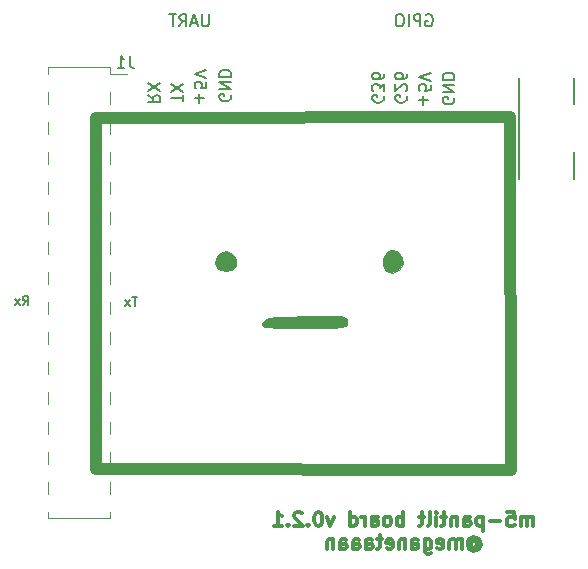
<source format=gbo>
G04 #@! TF.GenerationSoftware,KiCad,Pcbnew,6.0.2+dfsg-1*
G04 #@! TF.CreationDate,2023-08-08T16:50:58+09:00*
G04 #@! TF.ProjectId,m5-pantilt,6d352d70-616e-4746-996c-742e6b696361,1*
G04 #@! TF.SameCoordinates,Original*
G04 #@! TF.FileFunction,Legend,Bot*
G04 #@! TF.FilePolarity,Positive*
%FSLAX46Y46*%
G04 Gerber Fmt 4.6, Leading zero omitted, Abs format (unit mm)*
G04 Created by KiCad (PCBNEW 6.0.2+dfsg-1) date 2023-08-08 16:50:58*
%MOMM*%
%LPD*%
G01*
G04 APERTURE LIST*
%ADD10C,1.000000*%
%ADD11C,0.150000*%
%ADD12C,0.300000*%
%ADD13C,0.120000*%
%ADD14C,0.010000*%
G04 APERTURE END LIST*
D10*
X107670800Y-89941600D02*
X107620000Y-60223600D01*
X142773600Y-90043200D02*
X107670800Y-89941600D01*
X142672000Y-60172800D02*
X142773600Y-90043200D01*
X107620000Y-60223600D02*
X142672000Y-60172800D01*
D11*
X101476190Y-76061904D02*
X101742857Y-75680952D01*
X101933333Y-76061904D02*
X101933333Y-75261904D01*
X101628571Y-75261904D01*
X101552380Y-75300000D01*
X101514285Y-75338095D01*
X101476190Y-75414285D01*
X101476190Y-75528571D01*
X101514285Y-75604761D01*
X101552380Y-75642857D01*
X101628571Y-75680952D01*
X101933333Y-75680952D01*
X101209523Y-76061904D02*
X100790476Y-75528571D01*
X101209523Y-75528571D02*
X100790476Y-76061904D01*
X117195238Y-51452380D02*
X117195238Y-52261904D01*
X117147619Y-52357142D01*
X117100000Y-52404761D01*
X117004761Y-52452380D01*
X116814285Y-52452380D01*
X116719047Y-52404761D01*
X116671428Y-52357142D01*
X116623809Y-52261904D01*
X116623809Y-51452380D01*
X116195238Y-52166666D02*
X115719047Y-52166666D01*
X116290476Y-52452380D02*
X115957142Y-51452380D01*
X115623809Y-52452380D01*
X114719047Y-52452380D02*
X115052380Y-51976190D01*
X115290476Y-52452380D02*
X115290476Y-51452380D01*
X114909523Y-51452380D01*
X114814285Y-51500000D01*
X114766666Y-51547619D01*
X114719047Y-51642857D01*
X114719047Y-51785714D01*
X114766666Y-51880952D01*
X114814285Y-51928571D01*
X114909523Y-51976190D01*
X115290476Y-51976190D01*
X114433333Y-51452380D02*
X113861904Y-51452380D01*
X114147619Y-52452380D02*
X114147619Y-51452380D01*
X135378571Y-59114404D02*
X135378571Y-58352500D01*
X134997619Y-58733452D02*
X135759523Y-58733452D01*
X135997619Y-57400119D02*
X135997619Y-57876309D01*
X135521428Y-57923928D01*
X135569047Y-57876309D01*
X135616666Y-57781071D01*
X135616666Y-57542976D01*
X135569047Y-57447738D01*
X135521428Y-57400119D01*
X135426190Y-57352500D01*
X135188095Y-57352500D01*
X135092857Y-57400119D01*
X135045238Y-57447738D01*
X134997619Y-57542976D01*
X134997619Y-57781071D01*
X135045238Y-57876309D01*
X135092857Y-57923928D01*
X135997619Y-57066785D02*
X134997619Y-56733452D01*
X135997619Y-56400119D01*
X116378571Y-58914404D02*
X116378571Y-58152500D01*
X115997619Y-58533452D02*
X116759523Y-58533452D01*
X116997619Y-57200119D02*
X116997619Y-57676309D01*
X116521428Y-57723928D01*
X116569047Y-57676309D01*
X116616666Y-57581071D01*
X116616666Y-57342976D01*
X116569047Y-57247738D01*
X116521428Y-57200119D01*
X116426190Y-57152500D01*
X116188095Y-57152500D01*
X116092857Y-57200119D01*
X116045238Y-57247738D01*
X115997619Y-57342976D01*
X115997619Y-57581071D01*
X116045238Y-57676309D01*
X116092857Y-57723928D01*
X116997619Y-56866785D02*
X115997619Y-56533452D01*
X116997619Y-56200119D01*
X137950000Y-58490595D02*
X137997619Y-58585833D01*
X137997619Y-58728690D01*
X137950000Y-58871547D01*
X137854761Y-58966785D01*
X137759523Y-59014404D01*
X137569047Y-59062023D01*
X137426190Y-59062023D01*
X137235714Y-59014404D01*
X137140476Y-58966785D01*
X137045238Y-58871547D01*
X136997619Y-58728690D01*
X136997619Y-58633452D01*
X137045238Y-58490595D01*
X137092857Y-58442976D01*
X137426190Y-58442976D01*
X137426190Y-58633452D01*
X136997619Y-58014404D02*
X137997619Y-58014404D01*
X136997619Y-57442976D01*
X137997619Y-57442976D01*
X136997619Y-56966785D02*
X137997619Y-56966785D01*
X137997619Y-56728690D01*
X137950000Y-56585833D01*
X137854761Y-56490595D01*
X137759523Y-56442976D01*
X137569047Y-56395357D01*
X137426190Y-56395357D01*
X137235714Y-56442976D01*
X137140476Y-56490595D01*
X137045238Y-56585833D01*
X136997619Y-56728690D01*
X136997619Y-56966785D01*
X112047619Y-58292976D02*
X112523809Y-58626309D01*
X112047619Y-58864404D02*
X113047619Y-58864404D01*
X113047619Y-58483452D01*
X113000000Y-58388214D01*
X112952380Y-58340595D01*
X112857142Y-58292976D01*
X112714285Y-58292976D01*
X112619047Y-58340595D01*
X112571428Y-58388214D01*
X112523809Y-58483452D01*
X112523809Y-58864404D01*
X113047619Y-57959642D02*
X112047619Y-57292976D01*
X113047619Y-57292976D02*
X112047619Y-57959642D01*
X133950000Y-58340595D02*
X133997619Y-58435833D01*
X133997619Y-58578690D01*
X133950000Y-58721547D01*
X133854761Y-58816785D01*
X133759523Y-58864404D01*
X133569047Y-58912023D01*
X133426190Y-58912023D01*
X133235714Y-58864404D01*
X133140476Y-58816785D01*
X133045238Y-58721547D01*
X132997619Y-58578690D01*
X132997619Y-58483452D01*
X133045238Y-58340595D01*
X133092857Y-58292976D01*
X133426190Y-58292976D01*
X133426190Y-58483452D01*
X133902380Y-57912023D02*
X133950000Y-57864404D01*
X133997619Y-57769166D01*
X133997619Y-57531071D01*
X133950000Y-57435833D01*
X133902380Y-57388214D01*
X133807142Y-57340595D01*
X133711904Y-57340595D01*
X133569047Y-57388214D01*
X132997619Y-57959642D01*
X132997619Y-57340595D01*
X133997619Y-56483452D02*
X133997619Y-56673928D01*
X133950000Y-56769166D01*
X133902380Y-56816785D01*
X133759523Y-56912023D01*
X133569047Y-56959642D01*
X133188095Y-56959642D01*
X133092857Y-56912023D01*
X133045238Y-56864404D01*
X132997619Y-56769166D01*
X132997619Y-56578690D01*
X133045238Y-56483452D01*
X133092857Y-56435833D01*
X133188095Y-56388214D01*
X133426190Y-56388214D01*
X133521428Y-56435833D01*
X133569047Y-56483452D01*
X133616666Y-56578690D01*
X133616666Y-56769166D01*
X133569047Y-56864404D01*
X133521428Y-56912023D01*
X133426190Y-56959642D01*
X135600000Y-51500000D02*
X135695238Y-51452380D01*
X135838095Y-51452380D01*
X135980952Y-51500000D01*
X136076190Y-51595238D01*
X136123809Y-51690476D01*
X136171428Y-51880952D01*
X136171428Y-52023809D01*
X136123809Y-52214285D01*
X136076190Y-52309523D01*
X135980952Y-52404761D01*
X135838095Y-52452380D01*
X135742857Y-52452380D01*
X135600000Y-52404761D01*
X135552380Y-52357142D01*
X135552380Y-52023809D01*
X135742857Y-52023809D01*
X135123809Y-52452380D02*
X135123809Y-51452380D01*
X134742857Y-51452380D01*
X134647619Y-51500000D01*
X134600000Y-51547619D01*
X134552380Y-51642857D01*
X134552380Y-51785714D01*
X134600000Y-51880952D01*
X134647619Y-51928571D01*
X134742857Y-51976190D01*
X135123809Y-51976190D01*
X134123809Y-52452380D02*
X134123809Y-51452380D01*
X133457142Y-51452380D02*
X133266666Y-51452380D01*
X133171428Y-51500000D01*
X133076190Y-51595238D01*
X133028571Y-51785714D01*
X133028571Y-52119047D01*
X133076190Y-52309523D01*
X133171428Y-52404761D01*
X133266666Y-52452380D01*
X133457142Y-52452380D01*
X133552380Y-52404761D01*
X133647619Y-52309523D01*
X133695238Y-52119047D01*
X133695238Y-51785714D01*
X133647619Y-51595238D01*
X133552380Y-51500000D01*
X133457142Y-51452380D01*
X119050000Y-58240595D02*
X119097619Y-58335833D01*
X119097619Y-58478690D01*
X119050000Y-58621547D01*
X118954761Y-58716785D01*
X118859523Y-58764404D01*
X118669047Y-58812023D01*
X118526190Y-58812023D01*
X118335714Y-58764404D01*
X118240476Y-58716785D01*
X118145238Y-58621547D01*
X118097619Y-58478690D01*
X118097619Y-58383452D01*
X118145238Y-58240595D01*
X118192857Y-58192976D01*
X118526190Y-58192976D01*
X118526190Y-58383452D01*
X118097619Y-57764404D02*
X119097619Y-57764404D01*
X118097619Y-57192976D01*
X119097619Y-57192976D01*
X118097619Y-56716785D02*
X119097619Y-56716785D01*
X119097619Y-56478690D01*
X119050000Y-56335833D01*
X118954761Y-56240595D01*
X118859523Y-56192976D01*
X118669047Y-56145357D01*
X118526190Y-56145357D01*
X118335714Y-56192976D01*
X118240476Y-56240595D01*
X118145238Y-56335833D01*
X118097619Y-56478690D01*
X118097619Y-56716785D01*
X114997619Y-58807261D02*
X114997619Y-58235833D01*
X113997619Y-58521547D02*
X114997619Y-58521547D01*
X114997619Y-57997738D02*
X113997619Y-57331071D01*
X114997619Y-57331071D02*
X113997619Y-57997738D01*
D12*
X144642857Y-94776857D02*
X144642857Y-93976857D01*
X144642857Y-94091142D02*
X144585714Y-94034000D01*
X144471428Y-93976857D01*
X144300000Y-93976857D01*
X144185714Y-94034000D01*
X144128571Y-94148285D01*
X144128571Y-94776857D01*
X144128571Y-94148285D02*
X144071428Y-94034000D01*
X143957142Y-93976857D01*
X143785714Y-93976857D01*
X143671428Y-94034000D01*
X143614285Y-94148285D01*
X143614285Y-94776857D01*
X142471428Y-93576857D02*
X143042857Y-93576857D01*
X143100000Y-94148285D01*
X143042857Y-94091142D01*
X142928571Y-94034000D01*
X142642857Y-94034000D01*
X142528571Y-94091142D01*
X142471428Y-94148285D01*
X142414285Y-94262571D01*
X142414285Y-94548285D01*
X142471428Y-94662571D01*
X142528571Y-94719714D01*
X142642857Y-94776857D01*
X142928571Y-94776857D01*
X143042857Y-94719714D01*
X143100000Y-94662571D01*
X141900000Y-94319714D02*
X140985714Y-94319714D01*
X140414285Y-93976857D02*
X140414285Y-95176857D01*
X140414285Y-94034000D02*
X140300000Y-93976857D01*
X140071428Y-93976857D01*
X139957142Y-94034000D01*
X139900000Y-94091142D01*
X139842857Y-94205428D01*
X139842857Y-94548285D01*
X139900000Y-94662571D01*
X139957142Y-94719714D01*
X140071428Y-94776857D01*
X140300000Y-94776857D01*
X140414285Y-94719714D01*
X138814285Y-94776857D02*
X138814285Y-94148285D01*
X138871428Y-94034000D01*
X138985714Y-93976857D01*
X139214285Y-93976857D01*
X139328571Y-94034000D01*
X138814285Y-94719714D02*
X138928571Y-94776857D01*
X139214285Y-94776857D01*
X139328571Y-94719714D01*
X139385714Y-94605428D01*
X139385714Y-94491142D01*
X139328571Y-94376857D01*
X139214285Y-94319714D01*
X138928571Y-94319714D01*
X138814285Y-94262571D01*
X138242857Y-93976857D02*
X138242857Y-94776857D01*
X138242857Y-94091142D02*
X138185714Y-94034000D01*
X138071428Y-93976857D01*
X137900000Y-93976857D01*
X137785714Y-94034000D01*
X137728571Y-94148285D01*
X137728571Y-94776857D01*
X137328571Y-93976857D02*
X136871428Y-93976857D01*
X137157142Y-93576857D02*
X137157142Y-94605428D01*
X137100000Y-94719714D01*
X136985714Y-94776857D01*
X136871428Y-94776857D01*
X136471428Y-94776857D02*
X136471428Y-93976857D01*
X136471428Y-93576857D02*
X136528571Y-93634000D01*
X136471428Y-93691142D01*
X136414285Y-93634000D01*
X136471428Y-93576857D01*
X136471428Y-93691142D01*
X135728571Y-94776857D02*
X135842857Y-94719714D01*
X135900000Y-94605428D01*
X135900000Y-93576857D01*
X135442857Y-93976857D02*
X134985714Y-93976857D01*
X135271428Y-93576857D02*
X135271428Y-94605428D01*
X135214285Y-94719714D01*
X135100000Y-94776857D01*
X134985714Y-94776857D01*
X133671428Y-94776857D02*
X133671428Y-93576857D01*
X133671428Y-94034000D02*
X133557142Y-93976857D01*
X133328571Y-93976857D01*
X133214285Y-94034000D01*
X133157142Y-94091142D01*
X133100000Y-94205428D01*
X133100000Y-94548285D01*
X133157142Y-94662571D01*
X133214285Y-94719714D01*
X133328571Y-94776857D01*
X133557142Y-94776857D01*
X133671428Y-94719714D01*
X132414285Y-94776857D02*
X132528571Y-94719714D01*
X132585714Y-94662571D01*
X132642857Y-94548285D01*
X132642857Y-94205428D01*
X132585714Y-94091142D01*
X132528571Y-94034000D01*
X132414285Y-93976857D01*
X132242857Y-93976857D01*
X132128571Y-94034000D01*
X132071428Y-94091142D01*
X132014285Y-94205428D01*
X132014285Y-94548285D01*
X132071428Y-94662571D01*
X132128571Y-94719714D01*
X132242857Y-94776857D01*
X132414285Y-94776857D01*
X130985714Y-94776857D02*
X130985714Y-94148285D01*
X131042857Y-94034000D01*
X131157142Y-93976857D01*
X131385714Y-93976857D01*
X131500000Y-94034000D01*
X130985714Y-94719714D02*
X131100000Y-94776857D01*
X131385714Y-94776857D01*
X131500000Y-94719714D01*
X131557142Y-94605428D01*
X131557142Y-94491142D01*
X131500000Y-94376857D01*
X131385714Y-94319714D01*
X131100000Y-94319714D01*
X130985714Y-94262571D01*
X130414285Y-94776857D02*
X130414285Y-93976857D01*
X130414285Y-94205428D02*
X130357142Y-94091142D01*
X130300000Y-94034000D01*
X130185714Y-93976857D01*
X130071428Y-93976857D01*
X129157142Y-94776857D02*
X129157142Y-93576857D01*
X129157142Y-94719714D02*
X129271428Y-94776857D01*
X129500000Y-94776857D01*
X129614285Y-94719714D01*
X129671428Y-94662571D01*
X129728571Y-94548285D01*
X129728571Y-94205428D01*
X129671428Y-94091142D01*
X129614285Y-94034000D01*
X129500000Y-93976857D01*
X129271428Y-93976857D01*
X129157142Y-94034000D01*
X127785714Y-93976857D02*
X127500000Y-94776857D01*
X127214285Y-93976857D01*
X126528571Y-93576857D02*
X126414285Y-93576857D01*
X126300000Y-93634000D01*
X126242857Y-93691142D01*
X126185714Y-93805428D01*
X126128571Y-94034000D01*
X126128571Y-94319714D01*
X126185714Y-94548285D01*
X126242857Y-94662571D01*
X126300000Y-94719714D01*
X126414285Y-94776857D01*
X126528571Y-94776857D01*
X126642857Y-94719714D01*
X126700000Y-94662571D01*
X126757142Y-94548285D01*
X126814285Y-94319714D01*
X126814285Y-94034000D01*
X126757142Y-93805428D01*
X126700000Y-93691142D01*
X126642857Y-93634000D01*
X126528571Y-93576857D01*
X125614285Y-94662571D02*
X125557142Y-94719714D01*
X125614285Y-94776857D01*
X125671428Y-94719714D01*
X125614285Y-94662571D01*
X125614285Y-94776857D01*
X125100000Y-93691142D02*
X125042857Y-93634000D01*
X124928571Y-93576857D01*
X124642857Y-93576857D01*
X124528571Y-93634000D01*
X124471428Y-93691142D01*
X124414285Y-93805428D01*
X124414285Y-93919714D01*
X124471428Y-94091142D01*
X125157142Y-94776857D01*
X124414285Y-94776857D01*
X123900000Y-94662571D02*
X123842857Y-94719714D01*
X123900000Y-94776857D01*
X123957142Y-94719714D01*
X123900000Y-94662571D01*
X123900000Y-94776857D01*
X122700000Y-94776857D02*
X123385714Y-94776857D01*
X123042857Y-94776857D02*
X123042857Y-93576857D01*
X123157142Y-93748285D01*
X123271428Y-93862571D01*
X123385714Y-93919714D01*
X139414285Y-96137428D02*
X139471428Y-96080285D01*
X139585714Y-96023142D01*
X139700000Y-96023142D01*
X139814285Y-96080285D01*
X139871428Y-96137428D01*
X139928571Y-96251714D01*
X139928571Y-96366000D01*
X139871428Y-96480285D01*
X139814285Y-96537428D01*
X139700000Y-96594571D01*
X139585714Y-96594571D01*
X139471428Y-96537428D01*
X139414285Y-96480285D01*
X139414285Y-96023142D02*
X139414285Y-96480285D01*
X139357142Y-96537428D01*
X139300000Y-96537428D01*
X139185714Y-96480285D01*
X139128571Y-96366000D01*
X139128571Y-96080285D01*
X139242857Y-95908857D01*
X139414285Y-95794571D01*
X139642857Y-95737428D01*
X139871428Y-95794571D01*
X140042857Y-95908857D01*
X140157142Y-96080285D01*
X140214285Y-96308857D01*
X140157142Y-96537428D01*
X140042857Y-96708857D01*
X139871428Y-96823142D01*
X139642857Y-96880285D01*
X139414285Y-96823142D01*
X139242857Y-96708857D01*
X138614285Y-96708857D02*
X138614285Y-95908857D01*
X138614285Y-96023142D02*
X138557142Y-95966000D01*
X138442857Y-95908857D01*
X138271428Y-95908857D01*
X138157142Y-95966000D01*
X138100000Y-96080285D01*
X138100000Y-96708857D01*
X138100000Y-96080285D02*
X138042857Y-95966000D01*
X137928571Y-95908857D01*
X137757142Y-95908857D01*
X137642857Y-95966000D01*
X137585714Y-96080285D01*
X137585714Y-96708857D01*
X136557142Y-96651714D02*
X136671428Y-96708857D01*
X136900000Y-96708857D01*
X137014285Y-96651714D01*
X137071428Y-96537428D01*
X137071428Y-96080285D01*
X137014285Y-95966000D01*
X136900000Y-95908857D01*
X136671428Y-95908857D01*
X136557142Y-95966000D01*
X136500000Y-96080285D01*
X136500000Y-96194571D01*
X137071428Y-96308857D01*
X135471428Y-95908857D02*
X135471428Y-96880285D01*
X135528571Y-96994571D01*
X135585714Y-97051714D01*
X135700000Y-97108857D01*
X135871428Y-97108857D01*
X135985714Y-97051714D01*
X135471428Y-96651714D02*
X135585714Y-96708857D01*
X135814285Y-96708857D01*
X135928571Y-96651714D01*
X135985714Y-96594571D01*
X136042857Y-96480285D01*
X136042857Y-96137428D01*
X135985714Y-96023142D01*
X135928571Y-95966000D01*
X135814285Y-95908857D01*
X135585714Y-95908857D01*
X135471428Y-95966000D01*
X134385714Y-96708857D02*
X134385714Y-96080285D01*
X134442857Y-95966000D01*
X134557142Y-95908857D01*
X134785714Y-95908857D01*
X134900000Y-95966000D01*
X134385714Y-96651714D02*
X134500000Y-96708857D01*
X134785714Y-96708857D01*
X134900000Y-96651714D01*
X134957142Y-96537428D01*
X134957142Y-96423142D01*
X134900000Y-96308857D01*
X134785714Y-96251714D01*
X134500000Y-96251714D01*
X134385714Y-96194571D01*
X133814285Y-95908857D02*
X133814285Y-96708857D01*
X133814285Y-96023142D02*
X133757142Y-95966000D01*
X133642857Y-95908857D01*
X133471428Y-95908857D01*
X133357142Y-95966000D01*
X133300000Y-96080285D01*
X133300000Y-96708857D01*
X132271428Y-96651714D02*
X132385714Y-96708857D01*
X132614285Y-96708857D01*
X132728571Y-96651714D01*
X132785714Y-96537428D01*
X132785714Y-96080285D01*
X132728571Y-95966000D01*
X132614285Y-95908857D01*
X132385714Y-95908857D01*
X132271428Y-95966000D01*
X132214285Y-96080285D01*
X132214285Y-96194571D01*
X132785714Y-96308857D01*
X131871428Y-95908857D02*
X131414285Y-95908857D01*
X131700000Y-95508857D02*
X131700000Y-96537428D01*
X131642857Y-96651714D01*
X131528571Y-96708857D01*
X131414285Y-96708857D01*
X130500000Y-96708857D02*
X130500000Y-96080285D01*
X130557142Y-95966000D01*
X130671428Y-95908857D01*
X130900000Y-95908857D01*
X131014285Y-95966000D01*
X130500000Y-96651714D02*
X130614285Y-96708857D01*
X130900000Y-96708857D01*
X131014285Y-96651714D01*
X131071428Y-96537428D01*
X131071428Y-96423142D01*
X131014285Y-96308857D01*
X130900000Y-96251714D01*
X130614285Y-96251714D01*
X130500000Y-96194571D01*
X129414285Y-96708857D02*
X129414285Y-96080285D01*
X129471428Y-95966000D01*
X129585714Y-95908857D01*
X129814285Y-95908857D01*
X129928571Y-95966000D01*
X129414285Y-96651714D02*
X129528571Y-96708857D01*
X129814285Y-96708857D01*
X129928571Y-96651714D01*
X129985714Y-96537428D01*
X129985714Y-96423142D01*
X129928571Y-96308857D01*
X129814285Y-96251714D01*
X129528571Y-96251714D01*
X129414285Y-96194571D01*
X128328571Y-96708857D02*
X128328571Y-96080285D01*
X128385714Y-95966000D01*
X128500000Y-95908857D01*
X128728571Y-95908857D01*
X128842857Y-95966000D01*
X128328571Y-96651714D02*
X128442857Y-96708857D01*
X128728571Y-96708857D01*
X128842857Y-96651714D01*
X128900000Y-96537428D01*
X128900000Y-96423142D01*
X128842857Y-96308857D01*
X128728571Y-96251714D01*
X128442857Y-96251714D01*
X128328571Y-96194571D01*
X127757142Y-95908857D02*
X127757142Y-96708857D01*
X127757142Y-96023142D02*
X127700000Y-95966000D01*
X127585714Y-95908857D01*
X127414285Y-95908857D01*
X127300000Y-95966000D01*
X127242857Y-96080285D01*
X127242857Y-96708857D01*
D11*
X132000000Y-58340595D02*
X132047619Y-58435833D01*
X132047619Y-58578690D01*
X132000000Y-58721547D01*
X131904761Y-58816785D01*
X131809523Y-58864404D01*
X131619047Y-58912023D01*
X131476190Y-58912023D01*
X131285714Y-58864404D01*
X131190476Y-58816785D01*
X131095238Y-58721547D01*
X131047619Y-58578690D01*
X131047619Y-58483452D01*
X131095238Y-58340595D01*
X131142857Y-58292976D01*
X131476190Y-58292976D01*
X131476190Y-58483452D01*
X132047619Y-57959642D02*
X132047619Y-57340595D01*
X131666666Y-57673928D01*
X131666666Y-57531071D01*
X131619047Y-57435833D01*
X131571428Y-57388214D01*
X131476190Y-57340595D01*
X131238095Y-57340595D01*
X131142857Y-57388214D01*
X131095238Y-57435833D01*
X131047619Y-57531071D01*
X131047619Y-57816785D01*
X131095238Y-57912023D01*
X131142857Y-57959642D01*
X132047619Y-56483452D02*
X132047619Y-56673928D01*
X132000000Y-56769166D01*
X131952380Y-56816785D01*
X131809523Y-56912023D01*
X131619047Y-56959642D01*
X131238095Y-56959642D01*
X131142857Y-56912023D01*
X131095238Y-56864404D01*
X131047619Y-56769166D01*
X131047619Y-56578690D01*
X131095238Y-56483452D01*
X131142857Y-56435833D01*
X131238095Y-56388214D01*
X131476190Y-56388214D01*
X131571428Y-56435833D01*
X131619047Y-56483452D01*
X131666666Y-56578690D01*
X131666666Y-56769166D01*
X131619047Y-56864404D01*
X131571428Y-56912023D01*
X131476190Y-56959642D01*
X111152380Y-75361904D02*
X110695238Y-75361904D01*
X110923809Y-76161904D02*
X110923809Y-75361904D01*
X110504761Y-76161904D02*
X110085714Y-75628571D01*
X110504761Y-75628571D02*
X110085714Y-76161904D01*
X110493333Y-54951580D02*
X110493333Y-55665866D01*
X110540952Y-55808723D01*
X110636190Y-55903961D01*
X110779047Y-55951580D01*
X110874285Y-55951580D01*
X109493333Y-55951580D02*
X110064761Y-55951580D01*
X109779047Y-55951580D02*
X109779047Y-54951580D01*
X109874285Y-55094438D01*
X109969523Y-55189676D01*
X110064761Y-55237295D01*
D13*
X103600000Y-57980000D02*
X103600000Y-59000000D01*
X108800000Y-55890000D02*
X108800000Y-56460000D01*
X108800000Y-55890000D02*
X103600000Y-55890000D01*
X108800000Y-75760000D02*
X108800000Y-76780000D01*
X103600000Y-93540000D02*
X103600000Y-94110000D01*
X108800000Y-80840000D02*
X108800000Y-81860000D01*
X103600000Y-83380000D02*
X103600000Y-84400000D01*
X108800000Y-65600000D02*
X108800000Y-66620000D01*
X103600000Y-78300000D02*
X103600000Y-79320000D01*
X103600000Y-85920000D02*
X103600000Y-86940000D01*
X103600000Y-91000000D02*
X103600000Y-92020000D01*
X108800000Y-68140000D02*
X108800000Y-69160000D01*
X103600000Y-75760000D02*
X103600000Y-76780000D01*
X110240000Y-56460000D02*
X108800000Y-56460000D01*
X103600000Y-63060000D02*
X103600000Y-64080000D01*
X108800000Y-78300000D02*
X108800000Y-79320000D01*
X108800000Y-88460000D02*
X108800000Y-89480000D01*
X103600000Y-88460000D02*
X103600000Y-89480000D01*
X108800000Y-60520000D02*
X108800000Y-61540000D01*
X108800000Y-91000000D02*
X108800000Y-92020000D01*
X103600000Y-65600000D02*
X103600000Y-66620000D01*
X103600000Y-70680000D02*
X103600000Y-71700000D01*
X108800000Y-83380000D02*
X108800000Y-84400000D01*
X103600000Y-55890000D02*
X103600000Y-56460000D01*
X108800000Y-94110000D02*
X103600000Y-94110000D01*
X103600000Y-73220000D02*
X103600000Y-74240000D01*
X108800000Y-73220000D02*
X108800000Y-74240000D01*
X108800000Y-85920000D02*
X108800000Y-86940000D01*
X103600000Y-68140000D02*
X103600000Y-69160000D01*
X108800000Y-93540000D02*
X108800000Y-94110000D01*
X103600000Y-80840000D02*
X103600000Y-81860000D01*
X108800000Y-57980000D02*
X108800000Y-59000000D01*
X103600000Y-60520000D02*
X103600000Y-61540000D01*
X108800000Y-63060000D02*
X108800000Y-64080000D01*
X108800000Y-70680000D02*
X108800000Y-71700000D01*
D14*
X125464797Y-77012686D02*
X125373890Y-77014597D01*
X125373890Y-77014597D02*
X123923781Y-77052403D01*
X123923781Y-77052403D02*
X122923717Y-77102453D01*
X122923717Y-77102453D02*
X122289007Y-77177408D01*
X122289007Y-77177408D02*
X121934958Y-77289927D01*
X121934958Y-77289927D02*
X121776879Y-77452672D01*
X121776879Y-77452672D02*
X121744812Y-77557094D01*
X121744812Y-77557094D02*
X121750636Y-77745167D01*
X121750636Y-77745167D02*
X121906180Y-77875074D01*
X121906180Y-77875074D02*
X122291558Y-77957406D01*
X122291558Y-77957406D02*
X122986885Y-78002754D01*
X122986885Y-78002754D02*
X124072278Y-78021710D01*
X124072278Y-78021710D02*
X125284143Y-78024989D01*
X125284143Y-78024989D02*
X126738653Y-78020964D01*
X126738653Y-78020964D02*
X127741948Y-78000565D01*
X127741948Y-78000565D02*
X128377533Y-77951311D01*
X128377533Y-77951311D02*
X128728916Y-77860717D01*
X128728916Y-77860717D02*
X128879603Y-77716301D01*
X128879603Y-77716301D02*
X128913101Y-77505579D01*
X128913101Y-77505579D02*
X128913221Y-77482492D01*
X128913221Y-77482492D02*
X128887922Y-77263412D01*
X128887922Y-77263412D02*
X128755633Y-77115554D01*
X128755633Y-77115554D02*
X128431764Y-77027735D01*
X128431764Y-77027735D02*
X127831728Y-76988773D01*
X127831728Y-76988773D02*
X126870936Y-76987484D01*
X126870936Y-76987484D02*
X125464797Y-77012686D01*
X125464797Y-77012686D02*
X125464797Y-77012686D01*
G36*
X127831728Y-76988773D02*
G01*
X128431764Y-77027735D01*
X128755633Y-77115554D01*
X128887922Y-77263412D01*
X128913221Y-77482492D01*
X128913101Y-77505579D01*
X128879603Y-77716301D01*
X128728916Y-77860717D01*
X128377533Y-77951311D01*
X127741948Y-78000565D01*
X126738653Y-78020964D01*
X125284143Y-78024989D01*
X124072278Y-78021710D01*
X122986885Y-78002754D01*
X122291558Y-77957406D01*
X121906180Y-77875074D01*
X121750636Y-77745167D01*
X121744812Y-77557094D01*
X121776879Y-77452672D01*
X121934958Y-77289927D01*
X122289007Y-77177408D01*
X122923717Y-77102453D01*
X123923781Y-77052403D01*
X125373890Y-77014597D01*
X125464797Y-77012686D01*
X126870936Y-76987484D01*
X127831728Y-76988773D01*
G37*
X127831728Y-76988773D02*
X128431764Y-77027735D01*
X128755633Y-77115554D01*
X128887922Y-77263412D01*
X128913221Y-77482492D01*
X128913101Y-77505579D01*
X128879603Y-77716301D01*
X128728916Y-77860717D01*
X128377533Y-77951311D01*
X127741948Y-78000565D01*
X126738653Y-78020964D01*
X125284143Y-78024989D01*
X124072278Y-78021710D01*
X122986885Y-78002754D01*
X122291558Y-77957406D01*
X121906180Y-77875074D01*
X121750636Y-77745167D01*
X121744812Y-77557094D01*
X121776879Y-77452672D01*
X121934958Y-77289927D01*
X122289007Y-77177408D01*
X122923717Y-77102453D01*
X123923781Y-77052403D01*
X125373890Y-77014597D01*
X125464797Y-77012686D01*
X126870936Y-76987484D01*
X127831728Y-76988773D01*
X132277738Y-71589547D02*
X131914605Y-72132104D01*
X131914605Y-72132104D02*
X131933362Y-72694573D01*
X131933362Y-72694573D02*
X132239118Y-73137436D01*
X132239118Y-73137436D02*
X132736981Y-73321172D01*
X132736981Y-73321172D02*
X133316939Y-73117483D01*
X133316939Y-73117483D02*
X133661645Y-72592955D01*
X133661645Y-72592955D02*
X133574801Y-71980693D01*
X133574801Y-71980693D02*
X133146685Y-71518625D01*
X133146685Y-71518625D02*
X132620489Y-71396637D01*
X132620489Y-71396637D02*
X132277738Y-71589547D01*
X132277738Y-71589547D02*
X132277738Y-71589547D01*
G36*
X133146685Y-71518625D02*
G01*
X133574801Y-71980693D01*
X133661645Y-72592955D01*
X133316939Y-73117483D01*
X132736981Y-73321172D01*
X132239118Y-73137436D01*
X131933362Y-72694573D01*
X131914605Y-72132104D01*
X132277738Y-71589547D01*
X132620489Y-71396637D01*
X133146685Y-71518625D01*
G37*
X133146685Y-71518625D02*
X133574801Y-71980693D01*
X133661645Y-72592955D01*
X133316939Y-73117483D01*
X132736981Y-73321172D01*
X132239118Y-73137436D01*
X131933362Y-72694573D01*
X131914605Y-72132104D01*
X132277738Y-71589547D01*
X132620489Y-71396637D01*
X133146685Y-71518625D01*
X118130009Y-71633164D02*
X117870862Y-71906016D01*
X117870862Y-71906016D02*
X117710943Y-72538370D01*
X117710943Y-72538370D02*
X117997754Y-73024905D01*
X117997754Y-73024905D02*
X118619537Y-73212357D01*
X118619537Y-73212357D02*
X119211704Y-73055476D01*
X119211704Y-73055476D02*
X119472584Y-72774963D01*
X119472584Y-72774963D02*
X119497827Y-72161358D01*
X119497827Y-72161358D02*
X119173307Y-71707297D01*
X119173307Y-71707297D02*
X118662782Y-71501619D01*
X118662782Y-71501619D02*
X118130009Y-71633164D01*
X118130009Y-71633164D02*
X118130009Y-71633164D01*
G36*
X119173307Y-71707297D02*
G01*
X119497827Y-72161358D01*
X119472584Y-72774963D01*
X119211704Y-73055476D01*
X118619537Y-73212357D01*
X117997754Y-73024905D01*
X117710943Y-72538370D01*
X117870862Y-71906016D01*
X118130009Y-71633164D01*
X118662782Y-71501619D01*
X119173307Y-71707297D01*
G37*
X119173307Y-71707297D02*
X119497827Y-72161358D01*
X119472584Y-72774963D01*
X119211704Y-73055476D01*
X118619537Y-73212357D01*
X117997754Y-73024905D01*
X117710943Y-72538370D01*
X117870862Y-71906016D01*
X118130009Y-71633164D01*
X118662782Y-71501619D01*
X119173307Y-71707297D01*
D11*
X148100000Y-56800000D02*
X148100000Y-59000000D01*
X148100000Y-63100000D02*
X148100000Y-65400000D01*
X143500000Y-56800000D02*
X143500000Y-65400000D01*
M02*

</source>
